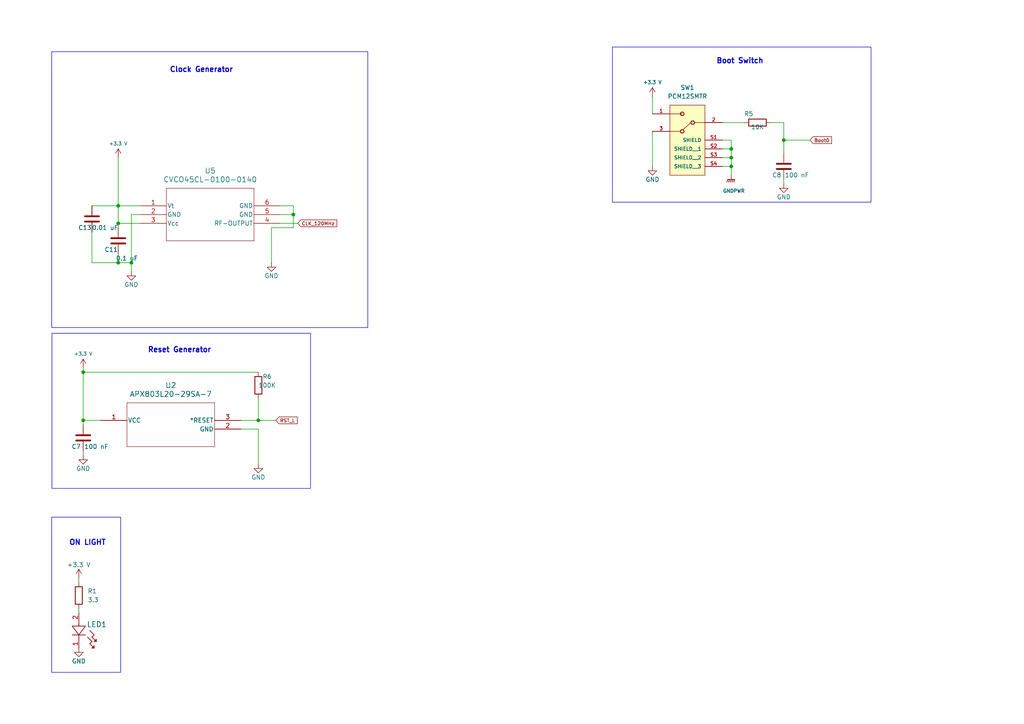
<source format=kicad_sch>
(kicad_sch (version 20231120) (generator "eeschema") (generator_version "8.0")
  (paper "A4")
  (title_block (title "Test1") (date "2024-04-30") (rev "v1") (company "InFlynn Technologies"))
  (lib_symbols
    (symbol "150080BS75000:150080BS75000" (pin_names (offset 0.254))
      (property "Reference" "LED" (at 5.08 -4.445 0))
      (property "Value" "150080BS75000" (at 5.08 -7.62 0))
      (symbol "150080BS75000_0_1"
        (polyline (pts (xy 2.54 0) (xy 3.4798 0)) (stroke (width 0.2032)))
        (polyline (pts (xy 3.175 0) (xy 3.81 0)) (stroke (width 0.2032)))
        (polyline (pts (xy 3.81 -1.905) (xy 6.35 0)) (stroke (width 0.2032)))
        (polyline (pts (xy 3.81 1.905) (xy 3.81 -1.905)) (stroke (width 0.2032)))
        (polyline (pts (xy 5.08 3.175) (xy 6.35 4.445)) (stroke (width 0.2032)))
        (polyline (pts (xy 6.35 -1.905) (xy 6.35 1.905)) (stroke (width 0.2032)))
        (polyline (pts (xy 6.35 0) (xy 3.81 1.905)) (stroke (width 0.2032)))
        (polyline (pts (xy 6.35 0) (xy 7.62 0)) (stroke (width 0.2032)))
        (polyline (pts (xy 6.35 4.445) (xy 6.985 3.81)) (stroke (width 0.2032)))
        (polyline (pts (xy 6.985 2.54) (xy 8.255 3.81)) (stroke (width 0.2032)))
        (polyline (pts (xy 6.985 3.81) (xy 8.255 5.08)) (stroke (width 0.2032)))
        (polyline (pts (xy 7.62 5.08) (xy 8.255 4.445)) (stroke (width 0.2032)))
        (polyline (pts (xy 8.255 3.81) (xy 8.89 3.175)) (stroke (width 0.2032)))
        (polyline (pts (xy 8.255 4.445) (xy 8.255 5.08)) (stroke (width 0.2032)))
        (polyline (pts (xy 8.255 5.08) (xy 7.62 5.08)) (stroke (width 0.2032)))
        (polyline (pts (xy 8.89 3.175) (xy 10.16 4.445)) (stroke (width 0.2032)))
        (polyline (pts (xy 9.525 4.445) (xy 10.16 3.81)) (stroke (width 0.2032)))
        (polyline (pts (xy 10.16 3.81) (xy 10.16 4.445)) (stroke (width 0.2032)))
        (polyline (pts (xy 10.16 4.445) (xy 9.525 4.445)) (stroke (width 0.2032)))
        (pin passive line (at 10.16 0 180) (length 2.54) (name "") (number "1"))
        (pin passive line (at 0 0 0) (length 2.54) (name "") (number "2"))
      )
    )
    (symbol "APX803L20_29SA_7:APX803L20-29SA-7" (pin_names (offset 0.254))
      (property "Reference" "U2" (at 20.32 10.16 0))
      (property "Value" "APX803L20-29SA-7" (at 20.32 7.62 0))
      (symbol "APX803L20-29SA-7_0_1"
        (polyline (pts (xy 7.62 -7.62) (xy 33.02 -7.62)) (stroke (width 0.127)))
        (polyline (pts (xy 7.62 5.08) (xy 7.62 -7.62)) (stroke (width 0.127)))
        (polyline (pts (xy 33.02 -7.62) (xy 33.02 5.08)) (stroke (width 0.127)))
        (polyline (pts (xy 33.02 5.08) (xy 7.62 5.08)) (stroke (width 0.127)))
        (pin passive line (at 0 0 0) (length 7.62) (name "VCC") (number "1"))
        (pin passive line (at 40.64 -2.54 180) (length 7.62) (name "GND") (number "2"))
        (pin passive line (at 40.64 0 180) (length 7.62) (name "*RESET") (number "3"))
      )
    )
    (symbol "Device:C" (pin_numbers hide) (pin_names (offset 0.254))
      (property "Reference" "C" (at 0.635 2.54 0))
      (property "Value" "C" (at 0.635 -2.54 0))
      (symbol "C_0_1"
        (polyline (pts (xy -2.032 -0.762) (xy 2.032 -0.762)) (stroke (width 0.508)))
        (polyline (pts (xy -2.032 0.762) (xy 2.032 0.762)) (stroke (width 0.508)))
      )
      (symbol "C_1_1"
        (pin passive line (at 0 3.81 270) (length 2.794) (name "~") (number "1"))
        (pin passive line (at 0 -3.81 90) (length 2.794) (name "~") (number "2"))
      )
    )
    (symbol "Device:R" (pin_numbers hide) (pin_names (offset 0))
      (property "Reference" "R" (at 2.032 0 90))
      (property "Value" "R" (at 0 0 90))
      (symbol "R_0_1"
        (rectangle (start -1.016 -2.54) (end 1.016 2.54) (stroke (width 0.254)))
      )
      (symbol "R_1_1"
        (pin passive line (at 0 3.81 270) (length 1.27) (name "~") (number "1"))
        (pin passive line (at 0 -3.81 90) (length 1.27) (name "~") (number "2"))
      )
    )
    (symbol "PCM12SMTR:PCM12SMTR" (pin_names (offset 1.016))
      (property "Reference" "SW" (at -5.0844 5.3386 0))
      (property "Value" "PCM12SMTR" (at -5.1814 -17.2819 0))
      (symbol "PCM12SMTR_0_0"
        (rectangle (start -5.08 -15.24) (end 5.08 5.08) (stroke (width 0.1524)) (fill (type background)))
        (circle (center -1.524 -2.54) (radius 0.508) (stroke (width 0.254)))
        (circle (center -1.524 2.54) (radius 0.508) (stroke (width 0.254)))
        (polyline (pts (xy -5.08 -2.54) (xy -2.032 -2.54)) (stroke (width 0.1524)))
        (polyline (pts (xy -5.08 2.54) (xy -1.524 2.54)) (stroke (width 0.1524)))
        (polyline (pts (xy 1.016 0) (xy -1.27 -2.032)) (stroke (width 0.1524)))
        (polyline (pts (xy 2.032 0) (xy 5.08 0)) (stroke (width 0.1524)))
        (circle (center 1.524 0) (radius 0.508) (stroke (width 0.254)))
        (pin passive line (at -10.16 2.54 0) (length 5.08) (name "~") (number "1"))
        (pin passive line (at 10.16 0 180) (length 5.08) (name "~") (number "2"))
        (pin passive line (at -10.16 -2.54 0) (length 5.08) (name "~") (number "3"))
        (pin passive line (at 10.16 -5.08 180) (length 5.08) (name "SHIELD") (number "S1"))
        (pin passive line (at 10.16 -7.62 180) (length 5.08) (name "SHIELD__1") (number "S2"))
        (pin passive line (at 10.16 -10.16 180) (length 5.08) (name "SHIELD__2") (number "S3"))
        (pin passive line (at 10.16 -12.7 180) (length 5.08) (name "SHIELD__3") (number "S4"))
      )
    )
    (symbol "R_1" (pin_numbers hide) (pin_names (offset 0))
      (property "Reference" "R1" (at -2.54 -1.2701 0))
      (property "Value" "3.3" (at -2.54 1.2699 0))
      (symbol "R_1_0_1"
        (rectangle (start -1.016 -2.54) (end 1.016 2.54) (stroke (width 0.254)))
      )
      (symbol "R_1_1_1"
        (pin passive line (at 0 3.81 270) (length 1.27) (name "~") (number "1"))
        (pin passive line (at 0 -3.81 90) (length 1.27) (name "~") (number "2"))
      )
    )
    (symbol "VCO_120MHZ:CVCO45CL-0100-0140" (pin_names (offset 0.254))
      (property "Reference" "U5" (at 20.32 10.16 0))
      (property "Value" "CVCO45CL-0100-0140" (at 20.32 7.62 0))
      (symbol "CVCO45CL-0100-0140_0_1"
        (polyline (pts (xy 7.62 -10.16) (xy 33.02 -10.16)) (stroke (width 0.127)))
        (polyline (pts (xy 7.62 5.08) (xy 7.62 -10.16)) (stroke (width 0.127)))
        (polyline (pts (xy 33.02 -10.16) (xy 33.02 5.08)) (stroke (width 0.127)))
        (polyline (pts (xy 33.02 5.08) (xy 7.62 5.08)) (stroke (width 0.127)))
        (pin passive line (at 0 0 0) (length 7.62) (name "Vt") (number "1"))
        (pin power_out line (at 0 -2.54 0) (length 7.62) (name "GND") (number "2"))
        (pin power_in line (at 0 -5.08 0) (length 7.62) (name "Vcc") (number "3"))
        (pin output line (at 40.64 -5.08 180) (length 7.62) (name "RF-OUTPUT") (number "4"))
        (pin power_out line (at 40.64 -2.54 180) (length 7.62) (name "GND") (number "5"))
        (pin power_out line (at 40.64 0 180) (length 7.62) (name "GND") (number "6"))
      )
    )
    (symbol "power:+3V3" (power) (pin_numbers hide) (pin_names (offset 0) hide)
      (property "Value" "+3V3" (at 0 3.556 0))
      (symbol "+3V3_0_1"
        (polyline (pts (xy -0.762 1.27) (xy 0 2.54)))
        (polyline (pts (xy 0 0) (xy 0 2.54)))
        (polyline (pts (xy 0 2.54) (xy 0.762 1.27)))
      )
      (symbol "+3V3_1_1"
        (pin power_in line (at 0 0 90) (length 0) (name "~") (number "1"))
      )
    )
    (symbol "power:GND" (power) (pin_numbers hide) (pin_names (offset 0) hide)
      (property "Value" "GND" (at 0 -3.81 0))
      (symbol "GND_0_1"
        (polyline (pts (xy 0 0) (xy 0 -1.27) (xy 1.27 -1.27) (xy 0 -2.54) (xy -1.27 -1.27) (xy 0 -1.27)))
      )
      (symbol "GND_1_1"
        (pin power_in line (at 0 0 270) (length 0) (name "~") (number "1"))
      )
    )
    (symbol "power:GNDPWR" (power) (pin_numbers hide) (pin_names (offset 0) hide)
      (property "Value" "GNDPWR" (at 0 -3.302 0))
      (symbol "GNDPWR_0_1"
        (polyline (pts (xy 0 -1.27) (xy 0 0)))
        (polyline (pts (xy -1.016 -1.27) (xy -1.27 -2.032) (xy -1.27 -2.032)) (stroke (width 0.2032)))
        (polyline (pts (xy -0.508 -1.27) (xy -0.762 -2.032) (xy -0.762 -2.032)) (stroke (width 0.2032)))
        (polyline (pts (xy 0 -1.27) (xy -0.254 -2.032) (xy -0.254 -2.032)) (stroke (width 0.2032)))
        (polyline (pts (xy 0.508 -1.27) (xy 0.254 -2.032) (xy 0.254 -2.032)) (stroke (width 0.2032)))
        (polyline (pts (xy 1.016 -1.27) (xy -1.016 -1.27) (xy -1.016 -1.27)) (stroke (width 0.2032)))
        (polyline (pts (xy 1.016 -1.27) (xy 0.762 -2.032) (xy 0.762 -2.032) (xy 0.762 -2.032)) (stroke (width 0.2032)))
      )
      (symbol "GNDPWR_1_1"
        (pin power_in line (at 0 0 270) (length 0) (name "~") (number "1"))
      )
    )
  )
  (junction (at 34.29 76.2))
  (junction (at 74.93 121.92))
  (junction (at 34.29 59.69))
  (junction (at 24.13 107.95))
  (junction (at 212.09 48.26))
  (junction (at 34.29 64.77))
  (junction (at 38.1 76.2))
  (junction (at 212.09 43.18))
  (junction (at 24.13 121.92))
  (junction (at 227.33 40.64))
  (junction (at 212.09 45.72))
  (junction (at 85.09 62.23))
  (wire (pts (xy 34.29 64.77) (xy 40.64 64.77)))
  (wire (pts (xy 212.09 48.26) (xy 212.09 50.8)))
  (wire (pts (xy 24.13 106.68) (xy 24.13 107.95)))
  (wire (pts (xy 85.09 59.69) (xy 81.28 59.69)))
  (wire (pts (xy 38.1 76.2) (xy 38.1 78.74)))
  (wire (pts (xy 34.29 59.69) (xy 40.64 59.69)))
  (wire (pts (xy 38.1 62.23) (xy 38.1 76.2)))
  (wire (pts (xy 40.64 62.23) (xy 38.1 62.23)))
  (wire (pts (xy 74.93 124.46) (xy 69.85 124.46)))
  (wire (pts (xy 227.33 40.64) (xy 227.33 44.45)))
  (wire (pts (xy 209.55 48.26) (xy 212.09 48.26)))
  (wire (pts (xy 81.28 64.77) (xy 86.36 64.77)))
  (wire (pts (xy 209.55 35.56) (xy 215.9 35.56)))
  (wire (pts (xy 223.52 35.56) (xy 227.33 35.56)))
  (wire (pts (xy 34.29 64.77) (xy 34.29 59.69)))
  (wire (pts (xy 209.55 43.18) (xy 212.09 43.18)))
  (wire (pts (xy 34.29 73.66) (xy 34.29 76.2)))
  (wire (pts (xy 227.33 52.07) (xy 227.33 53.34)))
  (wire (pts (xy 24.13 107.95) (xy 74.93 107.95)))
  (wire (pts (xy 26.67 59.69) (xy 34.29 59.69)))
  (wire (pts (xy 189.23 38.1) (xy 189.23 48.26)))
  (wire (pts (xy 34.29 45.72) (xy 34.29 59.69)))
  (wire (pts (xy 69.85 121.92) (xy 74.93 121.92)))
  (wire (pts (xy 78.74 66.04) (xy 85.09 66.04)))
  (wire (pts (xy 212.09 43.18) (xy 212.09 45.72)))
  (wire (pts (xy 189.23 27.94) (xy 189.23 33.02)))
  (wire (pts (xy 209.55 40.64) (xy 212.09 40.64)))
  (wire (pts (xy 212.09 40.64) (xy 212.09 43.18)))
  (wire (pts (xy 85.09 62.23) (xy 85.09 59.69)))
  (wire (pts (xy 212.09 45.72) (xy 212.09 48.26)))
  (wire (pts (xy 227.33 35.56) (xy 227.33 40.64)))
  (wire (pts (xy 24.13 107.95) (xy 24.13 121.92)))
  (wire (pts (xy 85.09 66.04) (xy 85.09 62.23)))
  (wire (pts (xy 24.13 121.92) (xy 24.13 123.19)))
  (wire (pts (xy 81.28 62.23) (xy 85.09 62.23)))
  (wire (pts (xy 34.29 76.2) (xy 38.1 76.2)))
  (wire (pts (xy 26.67 76.2) (xy 34.29 76.2)))
  (wire (pts (xy 74.93 121.92) (xy 80.01 121.92)))
  (wire (pts (xy 22.86 176.53) (xy 22.86 177.8)))
  (wire (pts (xy 24.13 132.08) (xy 24.13 130.81)))
  (wire (pts (xy 209.55 45.72) (xy 212.09 45.72)))
  (wire (pts (xy 34.29 66.04) (xy 34.29 64.77)))
  (wire (pts (xy 22.86 167.64) (xy 22.86 168.91)))
  (wire (pts (xy 26.67 67.31) (xy 26.67 76.2)))
  (wire (pts (xy 234.95 40.64) (xy 227.33 40.64)))
  (wire (pts (xy 74.93 115.57) (xy 74.93 121.92)))
  (wire (pts (xy 24.13 121.92) (xy 29.21 121.92)))
  (wire (pts (xy 74.93 134.62) (xy 74.93 124.46)))
  (wire (pts (xy 78.74 66.04) (xy 78.74 76.2)))
  (rectangle (start 15 150) (end 35 195))
  (rectangle (start 15 15) (end 106.68 95))
  (rectangle (start 177.63 13.64) (end 252.63 58.64))
  (rectangle (start 15.07 96.66) (end 90.07 141.66))
  (text "ON LIGHT" (at 25.4 157.48 0) (effects (font (size 1.5 1.5) (thickness 0.3) (bold yes))))
  (text "Clock Generator" (at 58.42 20.32 0) (effects (font (size 1.5 1.5) (thickness 0.3) (bold yes))))
  (text "Reset Generator" (at 52.07 101.6 0) (effects (font (size 1.5 1.5) (thickness 0.3) (bold yes))))
  (text "Boot Switch" (at 214.63 17.78 0) (effects (font (size 1.5 1.5) (thickness 0.3) (bold yes))))
  (global_label "CLK_120MHz" (shape input) (at 86.36 64.77 0) (effects (font (size 1 1))) (property "Intersheetrefs" "${INTERSHEET_REFS}" (effects (hide yes))))
  (global_label "Boot0" (shape input) (at 234.95 40.64 0) (effects (font (size 1 1))) (property "Intersheetrefs" "${INTERSHEET_REFS}" (effects (hide yes))))
  (global_label "RST_L" (shape input) (at 80.01 121.92 0) (effects (font (size 1 1))) (property "Intersheetrefs" "${INTERSHEET_REFS}" (effects (hide yes))))
  (symbol (lib_id "power:GND") (at 227.33 53.34 0) (unit 1)
    (property "Reference" "#PWR025" (effects (hide yes)))
    (property "Value" "GND" (at 227.33 57.15 0))
    (property "Description" "Power symbol creates a global label with name \"GND\" , ground" (effects (hide yes)))
  )
  (symbol (lib_id "power:+3V3") (at 189.23 27.94 0) (unit 1)
    (property "Reference" "#PWR026" (effects (hide yes)))
    (property "Value" "+3.3 V" (at 189.23 23.876 0) (effects (font (size 1 1))))
    (property "Description" "Power symbol creates a global label with name \"+3V3\"" (effects (hide yes)))
  )
  (symbol (lib_id "power:+3V3") (at 34.29 45.72 0) (unit 1)
    (property "Reference" "#PWR039" (effects (hide yes)))
    (property "Value" "+3.3 V" (at 34.29 41.656 0) (effects (font (size 1 1))))
    (property "Description" "Power symbol creates a global label with name \"+3V3\"" (effects (hide yes)))
  )
  (symbol (lib_id "Device:C") (at 24.13 127 180) (unit 1)
    (property "Reference" "C7" (at 22.098 129.54 0))
    (property "Value" "100 nF" (at 27.94 129.54 0))
    (property "Footprint" "Capacitor_SMD:C_0805_2012Metric" (effects (hide yes)))
    (property "Description" "Unpolarized capacitor" (effects (hide yes)))
  )
  (symbol (lib_id "Device:R") (at 74.93 111.76 0) (unit 1)
    (property "Reference" "R6" (at 77.47 109.22 0))
    (property "Value" "100K" (at 77.47 111.76 0))
    (property "Footprint" "Resistor_SMD:R_0805_2012Metric" (effects (hide yes)))
    (property "Description" "Resistor" (effects (hide yes)))
  )
  (symbol (lib_id "power:GND") (at 74.93 134.62 0) (unit 1)
    (property "Reference" "#PWR04" (effects (hide yes)))
    (property "Value" "GND" (at 74.93 138.43 0))
    (property "Description" "Power symbol creates a global label with name \"GND\" , ground" (effects (hide yes)))
  )
  (symbol (lib_id "PCM12SMTR:PCM12SMTR") (at 199.39 35.56 0) (unit 1)
    (property "Reference" "SW1" (at 199.39 25.4 0))
    (property "Value" "PCM12SMTR" (at 199.39 27.94 0))
    (property "Footprint" "PCM12SMTR:PCM12SMTR_CNK" (effects (hide yes)))
    (property "STANDARD" "Manufacturer Recommendation" (effects (hide yes)))
    (property "MANUFACTURER" "C&K" (effects (hide yes)))
  )
  (symbol (lib_id "Device:R") (at 219.71 35.56 90) (unit 1)
    (property "Reference" "R5" (at 217.17 33.02 90))
    (property "Value" "10K" (at 219.71 36.83 90))
    (property "Footprint" "Resistor_SMD:R_0805_2012Metric" (effects (hide yes)))
    (property "Description" "Resistor" (effects (hide yes)))
  )
  (symbol (lib_name "R_1") (lib_id "Device:R") (at 22.86 172.72 180) (unit 1)
    (property "Reference" "R1" (at 25.4 171.4499 0) (effects (justify right)))
    (property "Value" "3.3" (at 25.4 173.9899 0) (effects (justify right)))
    (property "Footprint" "Resistor_SMD:R_0805_2012Metric" (effects (hide yes)))
    (property "Description" "Resistor" (effects (hide yes)))
  )
  (symbol (lib_id "power:GND") (at 24.13 132.08 0) (unit 1)
    (property "Reference" "#PWR016" (effects (hide yes)))
    (property "Value" "GND" (at 24.13 135.89 0))
    (property "Description" "Power symbol creates a global label with name \"GND\" , ground" (effects (hide yes)))
  )
  (symbol (lib_id "150080BS75000:150080BS75000") (at 22.86 177.8 270) (unit 1)
    (property "Reference" "LED1" (at 25.146 181.102 90) (effects (font (size 1.524 1.524)) (justify left)))
    (property "Value" "150080BS75000" (effects (hide yes)))
    (property "Footprint" "150080BS75000:150080BS75000" (effects (hide yes)))
    (property "Datasheet" "150080BS75000" (effects (hide yes)))
  )
  (symbol (lib_id "power:GNDPWR") (at 212.09 50.8 0) (unit 1)
    (property "Reference" "#PWR031" (effects (hide yes)))
    (property "Value" "GNDPWR" (at 212.852 55.372 0) (effects (font (size 1 1))))
    (property "Description" "Power symbol creates a global label with name \"GNDPWR\" , global ground" (effects (hide yes)))
  )
  (symbol (lib_id "Device:C") (at 34.29 69.85 180) (unit 1)
    (property "Reference" "C11" (at 32.258 72.39 0))
    (property "Value" "0.1 uF" (at 36.83 74.93 0))
    (property "Footprint" "Capacitor_SMD:C_0805_2012Metric" (effects (hide yes)))
    (property "Description" "Unpolarized capacitor" (effects (hide yes)))
  )
  (symbol (lib_id "power:GND") (at 189.23 48.26 0) (unit 1)
    (property "Reference" "#PWR027" (effects (hide yes)))
    (property "Value" "GND" (at 189.23 52.07 0))
    (property "Description" "Power symbol creates a global label with name \"GND\" , ground" (effects (hide yes)))
  )
  (symbol (lib_id "VCO_120MHZ:CVCO45CL-0100-0140") (at 40.64 59.69 0) (unit 1)
    (property "Reference" "U5" (at 60.96 49.53 0) (effects (font (size 1.524 1.524))))
    (property "Value" "CVCO45CL-0100-0140" (at 60.96 52.07 0) (effects (font (size 1.524 1.524))))
    (property "Footprint" "_CVCO45CL-0100-0140_CRX" (effects (hide yes)))
    (property "Datasheet" "CVCO45CL-0100-0140" (effects (hide yes)))
  )
  (symbol (lib_id "power:+3V3") (at 22.86 167.64 0) (unit 1)
    (property "Reference" "#PWR03" (effects (hide yes)))
    (property "Value" "+3.3 V" (at 22.86 163.83 0))
    (property "Description" "Power symbol creates a global label with name \"+3V3\"" (effects (hide yes)))
  )
  (symbol (lib_id "Device:C") (at 26.67 63.5 180) (unit 1)
    (property "Reference" "C13" (at 24.638 66.04 0))
    (property "Value" "0.01 uF" (at 30.48 66.04 0))
    (property "Footprint" "Capacitor_SMD:C_0805_2012Metric" (effects (hide yes)))
    (property "Description" "Unpolarized capacitor" (effects (hide yes)))
  )
  (symbol (lib_id "power:GND") (at 38.1 78.74 0) (unit 1)
    (property "Reference" "#PWR021" (effects (hide yes)))
    (property "Value" "GND" (at 38.1 82.55 0))
    (property "Description" "Power symbol creates a global label with name \"GND\" , ground" (effects (hide yes)))
  )
  (symbol (lib_id "power:+3V3") (at 24.13 106.68 0) (unit 1)
    (property "Reference" "#PWR014" (effects (hide yes)))
    (property "Value" "+3.3 V" (at 24.13 102.616 0) (effects (font (size 1 1))))
    (property "Description" "Power symbol creates a global label with name \"+3V3\"" (effects (hide yes)))
  )
  (symbol (lib_id "power:GND") (at 22.86 187.96 0) (unit 1)
    (property "Reference" "#PWR07" (effects (hide yes)))
    (property "Value" "GND" (at 22.86 191.77 0))
    (property "Description" "Power symbol creates a global label with name \"GND\" , ground" (effects (hide yes)))
  )
  (symbol (lib_id "APX803L20_29SA_7:APX803L20-29SA-7") (at 29.21 121.92 0) (unit 1)
    (property "Reference" "U2" (at 49.53 111.76 0) (effects (font (size 1.524 1.524))))
    (property "Value" "APX803L20-29SA-7" (at 49.53 114.3 0) (effects (font (size 1.524 1.524))))
    (property "Footprint" "APX803L20-29-SA-7:SOT23_SA_DIO" (effects (hide yes)))
    (property "Datasheet" "APX803L20-29SA-7" (effects (hide yes)))
  )
  (symbol (lib_id "Device:C") (at 227.33 48.26 180) (unit 1)
    (property "Reference" "C8" (at 225.298 50.8 0))
    (property "Value" "100 nF" (at 231.14 50.8 0))
    (property "Footprint" "Capacitor_SMD:C_0805_2012Metric" (effects (hide yes)))
    (property "Description" "Unpolarized capacitor" (effects (hide yes)))
  )
  (symbol (lib_id "power:GND") (at 78.74 76.2 0) (unit 1)
    (property "Reference" "#PWR033" (effects (hide yes)))
    (property "Value" "GND" (at 78.74 80.01 0))
    (property "Description" "Power symbol creates a global label with name \"GND\" , ground" (effects (hide yes)))
  )
)
</source>
